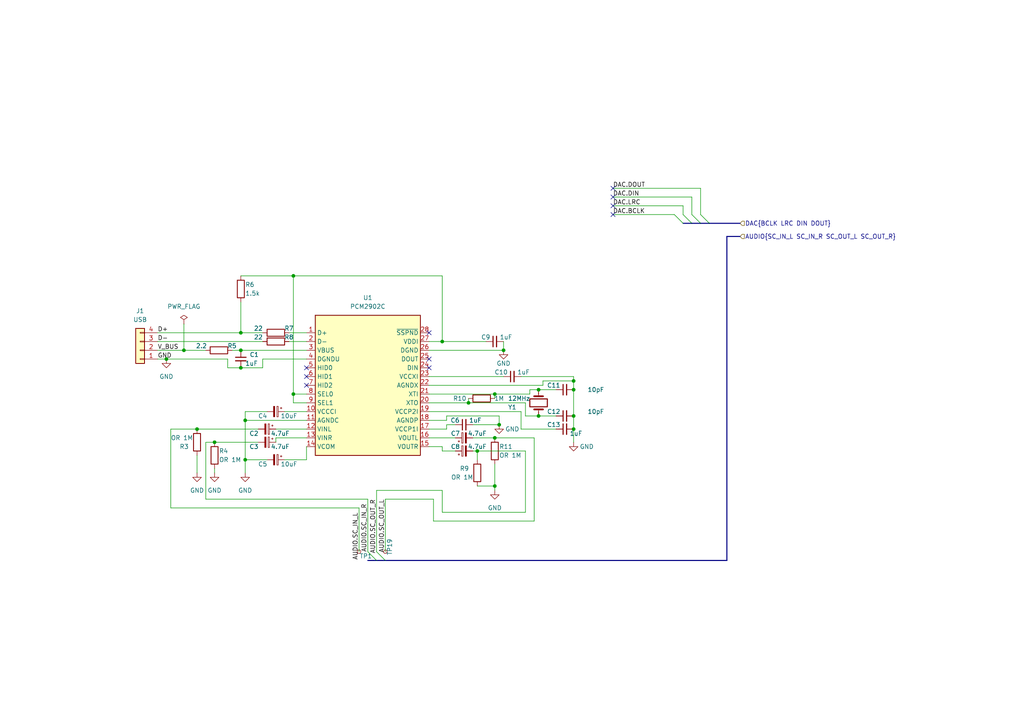
<source format=kicad_sch>
(kicad_sch (version 20211123) (generator eeschema)
  (paper "A4")
  (lib_symbols
    (symbol "Audio:PCM2902"
      (property "Reference" "U?" (at 2.0194 25.4 0))
      (property "Value" "PCM2902" (at 2.0194 22.86 0))
      (symbol "PCM2902_0_1"
        (rectangle (start -15.24 20.32) (end 15.24 -20.32) (stroke (width 0.254)) (fill (type background)))
      )
      (symbol "PCM2902_1_1"
        (pin bidirectional line (at -17.78 15.24 0) (length 2.54) (name "D+") (number "1"))
        (pin passive line (at -17.78 -7.62 0) (length 2.54) (name "VCCCI") (number "10"))
        (pin power_in line (at -17.78 -10.16 0) (length 2.54) (name "AGNDC") (number "11"))
        (pin input line (at -17.78 -12.7 0) (length 2.54) (name "VINL") (number "12"))
        (pin input line (at -17.78 -15.24 0) (length 2.54) (name "VINR") (number "13"))
        (pin passive line (at -17.78 -17.78 0) (length 2.54) (name "VCOM") (number "14"))
        (pin output line (at 17.78 -17.78 180) (length 2.54) (name "VOUTR") (number "15"))
        (pin output line (at 17.78 -15.24 180) (length 2.54) (name "VOUTL") (number "16"))
        (pin passive line (at 17.78 -12.7 180) (length 2.54) (name "VCCP1I") (number "17"))
        (pin power_in line (at 17.78 -10.16 180) (length 2.54) (name "AGNDP") (number "18"))
        (pin passive line (at 17.78 -7.62 180) (length 2.54) (name "VCCP2I") (number "19"))
        (pin bidirectional line (at -17.78 12.7 0) (length 2.54) (name "D-") (number "2"))
        (pin output line (at 17.78 -5.08 180) (length 2.54) (name "XTO") (number "20"))
        (pin input line (at 17.78 -2.54 180) (length 2.54) (name "XTI") (number "21"))
        (pin power_in line (at 17.78 0 180) (length 2.54) (name "AGNDX") (number "22"))
        (pin passive line (at 17.78 2.54 180) (length 2.54) (name "VCCXI") (number "23"))
        (pin input line (at 17.78 5.08 180) (length 2.54) (name "DIN") (number "24"))
        (pin output line (at 17.78 7.62 180) (length 2.54) (name "DOUT") (number "25"))
        (pin power_in line (at 17.78 10.16 180) (length 2.54) (name "DGND") (number "26"))
        (pin power_out line (at 17.78 12.7 180) (length 2.54) (name "VDDI") (number "27"))
        (pin output line (at 17.78 15.24 180) (length 2.54) (name "~{SSPND}") (number "28"))
        (pin power_in line (at -17.78 10.16 0) (length 2.54) (name "VBUS") (number "3"))
        (pin power_in line (at -17.78 7.62 0) (length 2.54) (name "DGNDU") (number "4"))
        (pin input line (at -17.78 5.08 0) (length 2.54) (name "HID0") (number "5"))
        (pin input line (at -17.78 2.54 0) (length 2.54) (name "HID1") (number "6"))
        (pin input line (at -17.78 0 0) (length 2.54) (name "HID2") (number "7"))
        (pin input line (at -17.78 -2.54 0) (length 2.54) (name "SEL0") (number "8"))
        (pin input line (at -17.78 -5.08 0) (length 2.54) (name "SEL1") (number "9"))
      )
    )
    (symbol "Connector:TestPoint_Small" (pin_numbers hide) (pin_names (offset 0.762) hide)
      (property "Reference" "TP" (at 0 3.81 0))
      (property "Value" "TestPoint_Small" (at 0 2.032 0))
      (symbol "TestPoint_Small_0_1"
        (circle (center 0 0) (radius 0.508))
      )
      (symbol "TestPoint_Small_1_1"
        (pin passive line (at 0 0 90) (length 0) (name "1") (number "1"))
      )
    )
    (symbol "Connector_Generic:Conn_01x04" (pin_names (offset 1.016) hide)
      (property "Reference" "J" (at 0 5.08 0))
      (property "Value" "Conn_01x04" (at 0 -7.62 0))
      (symbol "Conn_01x04_1_1"
        (rectangle (start -1.27 -4.953) (end 0 -5.207) (stroke (width 0.1524)))
        (rectangle (start -1.27 -2.413) (end 0 -2.667) (stroke (width 0.1524)))
        (rectangle (start -1.27 0.127) (end 0 -0.127) (stroke (width 0.1524)))
        (rectangle (start -1.27 2.667) (end 0 2.413) (stroke (width 0.1524)))
        (rectangle (start -1.27 3.81) (end 1.27 -6.35) (stroke (width 0.254)) (fill (type background)))
        (pin passive line (at -5.08 2.54 0) (length 3.81) (name "Pin_1") (number "1"))
        (pin passive line (at -5.08 0 0) (length 3.81) (name "Pin_2") (number "2"))
        (pin passive line (at -5.08 -2.54 0) (length 3.81) (name "Pin_3") (number "3"))
        (pin passive line (at -5.08 -5.08 0) (length 3.81) (name "Pin_4") (number "4"))
      )
    )
    (symbol "Device:C_Polarized_Small" (pin_numbers hide) (pin_names (offset 0.254) hide)
      (property "Reference" "C" (at 0.254 1.778 0))
      (property "Value" "C_Polarized_Small" (at 0.254 -2.032 0))
      (symbol "C_Polarized_Small_0_1"
        (rectangle (start -1.524 -0.3048) (end 1.524 -0.6858) (fill (type outline)))
        (rectangle (start -1.524 0.6858) (end 1.524 0.3048))
        (polyline (pts (xy -1.27 1.524) (xy -0.762 1.524)))
        (polyline (pts (xy -1.016 1.27) (xy -1.016 1.778)))
      )
      (symbol "C_Polarized_Small_1_1"
        (pin passive line (at 0 2.54 270) (length 1.8542) (name "~") (number "1"))
        (pin passive line (at 0 -2.54 90) (length 1.8542) (name "~") (number "2"))
      )
    )
    (symbol "Device:C_Small" (pin_numbers hide) (pin_names (offset 0.254) hide)
      (property "Reference" "C" (at 0.254 1.778 0))
      (property "Value" "C_Small" (at 0.254 -2.032 0))
      (symbol "C_Small_0_1"
        (polyline (pts (xy -1.524 -0.508) (xy 1.524 -0.508)) (stroke (width 0.3302)))
        (polyline (pts (xy -1.524 0.508) (xy 1.524 0.508)) (stroke (width 0.3048)))
      )
      (symbol "C_Small_1_1"
        (pin passive line (at 0 2.54 270) (length 2.032) (name "~") (number "1"))
        (pin passive line (at 0 -2.54 90) (length 2.032) (name "~") (number "2"))
      )
    )
    (symbol "Device:Crystal" (pin_numbers hide) (pin_names (offset 1.016) hide)
      (property "Reference" "Y" (at 0 3.81 0))
      (property "Value" "Crystal" (at 0 -3.81 0))
      (symbol "Crystal_0_1"
        (rectangle (start -1.143 2.54) (end 1.143 -2.54) (stroke (width 0.3048)))
        (polyline (pts (xy -2.54 0) (xy -1.905 0)))
        (polyline (pts (xy -1.905 -1.27) (xy -1.905 1.27)) (stroke (width 0.508)))
        (polyline (pts (xy 1.905 -1.27) (xy 1.905 1.27)) (stroke (width 0.508)))
        (polyline (pts (xy 2.54 0) (xy 1.905 0)))
      )
      (symbol "Crystal_1_1"
        (pin passive line (at -3.81 0 0) (length 1.27) (name "1") (number "1"))
        (pin passive line (at 3.81 0 180) (length 1.27) (name "2") (number "2"))
      )
    )
    (symbol "Device:R" (pin_numbers hide) (pin_names (offset 0))
      (property "Reference" "R" (at 2.032 0 90))
      (property "Value" "R" (at 0 0 90))
      (symbol "R_0_1"
        (rectangle (start -1.016 -2.54) (end 1.016 2.54) (stroke (width 0.254)))
      )
      (symbol "R_1_1"
        (pin passive line (at 0 3.81 270) (length 1.27) (name "~") (number "1"))
        (pin passive line (at 0 -3.81 90) (length 1.27) (name "~") (number "2"))
      )
    )
    (symbol "power:GND" (power) (pin_names (offset 0))
      (property "Value" "GND" (at 0 -3.81 0))
      (symbol "GND_0_1"
        (polyline (pts (xy 0 0) (xy 0 -1.27) (xy 1.27 -1.27) (xy 0 -2.54) (xy -1.27 -1.27) (xy 0 -1.27)))
      )
      (symbol "GND_1_1"
        (pin power_in line (at 0 0 270) (length 0) hide (name "GND") (number "1"))
      )
    )
    (symbol "power:PWR_FLAG" (power) (pin_numbers hide) (pin_names (offset 0) hide)
      (property "Value" "PWR_FLAG" (at 0 3.81 0))
      (symbol "PWR_FLAG_0_0"
        (pin power_out line (at 0 0 90) (length 0) (name "pwr") (number "1"))
      )
      (symbol "PWR_FLAG_0_1"
        (polyline (pts (xy 0 0) (xy 0 1.27) (xy -1.016 1.905) (xy 0 2.54) (xy 1.016 1.905) (xy 0 1.27)))
      )
    )
  )
  (junction (at 69.85 101.6))
  (junction (at 146.05 101.6))
  (junction (at 71.12 121.92))
  (junction (at 143.51 114.3))
  (junction (at 143.51 140.97))
  (junction (at 144.78 123.19))
  (junction (at 62.23 128.27))
  (junction (at 138.43 130.81))
  (junction (at 135.89 116.84))
  (junction (at 166.37 110.49))
  (junction (at 69.85 96.52))
  (junction (at 85.09 80.01))
  (junction (at 85.09 114.3))
  (junction (at 53.34 101.6))
  (junction (at 166.37 124.46))
  (junction (at 166.37 120.65))
  (junction (at 156.21 120.65))
  (junction (at 48.26 104.14))
  (junction (at 69.85 106.68))
  (junction (at 156.21 113.03))
  (junction (at 143.51 127))
  (junction (at 57.15 124.46))
  (junction (at 166.37 113.03))
  (junction (at 128.27 99.06))
  (junction (at 71.12 133.35))
  (no_connect (at 124.46 96.52))
  (no_connect (at 177.8 62.23))
  (no_connect (at 88.9 109.22))
  (no_connect (at 88.9 106.68))
  (no_connect (at 177.8 54.61))
  (no_connect (at 124.46 106.68))
  (no_connect (at 88.9 111.76))
  (no_connect (at 177.8 57.15))
  (no_connect (at 177.8 59.69))
  (no_connect (at 124.46 104.14))
  (bus_entry (at 203.2 64.77) (size -2.54 -2.54))
  (bus_entry (at 198.12 64.77) (size -2.54 -2.54))
  (bus_entry (at 200.66 64.77) (size -2.54 -2.54))
  (bus_entry (at 205.74 64.77) (size -2.54 -2.54))
  (bus_entry (at 109.22 162.56) (size -2.54 -2.54))
  (bus_entry (at 111.76 162.56) (size -2.54 -2.54))
  (wire (pts (xy 129.54 124.46) (xy 129.54 123.19)))
  (wire (pts (xy 59.69 128.27) (xy 59.69 144.78)))
  (wire (pts (xy 66.04 106.68) (xy 69.85 106.68)))
  (bus (pts (xy 198.12 64.77) (xy 200.66 64.77)))
  (wire (pts (xy 45.72 96.52) (xy 69.85 96.52)))
  (wire (pts (xy 124.46 111.76) (xy 157.48 111.76)))
  (wire (pts (xy 124.46 129.54) (xy 128.27 129.54)))
  (bus (pts (xy 111.76 162.56) (xy 109.22 162.56)))
  (wire (pts (xy 76.2 104.14) (xy 88.9 104.14)))
  (wire (pts (xy 151.13 124.46) (xy 161.29 124.46)))
  (wire (pts (xy 57.15 124.46) (xy 74.93 124.46)))
  (wire (pts (xy 80.01 127) (xy 88.9 127)))
  (wire (pts (xy 57.15 132.08) (xy 57.15 137.16)))
  (wire (pts (xy 152.4 130.81) (xy 152.4 148.59)))
  (wire (pts (xy 53.34 93.98) (xy 53.34 101.6)))
  (wire (pts (xy 128.27 129.54) (xy 128.27 130.81)))
  (wire (pts (xy 124.46 124.46) (xy 129.54 124.46)))
  (wire (pts (xy 85.09 80.01) (xy 128.27 80.01)))
  (wire (pts (xy 129.54 121.92) (xy 129.54 120.65)))
  (wire (pts (xy 57.15 124.46) (xy 49.53 124.46)))
  (wire (pts (xy 80.01 128.27) (xy 80.01 127)))
  (wire (pts (xy 66.04 104.14) (xy 66.04 106.68)))
  (wire (pts (xy 143.51 134.62) (xy 143.51 140.97)))
  (wire (pts (xy 71.12 121.92) (xy 88.9 121.92)))
  (wire (pts (xy 69.85 80.01) (xy 85.09 80.01)))
  (wire (pts (xy 85.09 114.3) (xy 88.9 114.3)))
  (wire (pts (xy 124.46 121.92) (xy 129.54 121.92)))
  (wire (pts (xy 104.14 147.32) (xy 104.14 160.02)))
  (wire (pts (xy 85.09 114.3) (xy 85.09 116.84)))
  (wire (pts (xy 88.9 129.54) (xy 88.9 133.35)))
  (wire (pts (xy 166.37 109.22) (xy 166.37 110.49)))
  (bus (pts (xy 111.76 162.56) (xy 210.82 162.56)))
  (wire (pts (xy 88.9 116.84) (xy 85.09 116.84)))
  (wire (pts (xy 71.12 121.92) (xy 71.12 133.35)))
  (wire (pts (xy 157.48 111.76) (xy 157.48 110.49)))
  (wire (pts (xy 128.27 80.01) (xy 128.27 99.06)))
  (wire (pts (xy 166.37 113.03) (xy 166.37 120.65)))
  (wire (pts (xy 143.51 114.3) (xy 153.67 114.3)))
  (wire (pts (xy 124.46 109.22) (xy 146.05 109.22)))
  (wire (pts (xy 200.66 62.23) (xy 200.66 57.15)))
  (bus (pts (xy 109.22 162.56) (xy 106.68 162.56)))
  (wire (pts (xy 166.37 110.49) (xy 166.37 113.03)))
  (wire (pts (xy 124.46 127) (xy 132.08 127)))
  (wire (pts (xy 135.89 115.57) (xy 135.89 116.84)))
  (wire (pts (xy 49.53 147.32) (xy 104.14 147.32)))
  (wire (pts (xy 143.51 114.3) (xy 143.51 115.57)))
  (wire (pts (xy 198.12 59.69) (xy 177.8 59.69)))
  (wire (pts (xy 124.46 101.6) (xy 146.05 101.6)))
  (wire (pts (xy 125.73 151.13) (xy 154.94 151.13)))
  (wire (pts (xy 77.47 119.38) (xy 71.12 119.38)))
  (wire (pts (xy 198.12 62.23) (xy 198.12 59.69)))
  (wire (pts (xy 153.67 114.3) (xy 153.67 113.03)))
  (wire (pts (xy 157.48 110.49) (xy 166.37 110.49)))
  (wire (pts (xy 106.68 144.78) (xy 106.68 160.02)))
  (wire (pts (xy 69.85 96.52) (xy 76.2 96.52)))
  (bus (pts (xy 210.82 68.58) (xy 210.82 162.56)))
  (wire (pts (xy 156.21 120.65) (xy 161.29 120.65)))
  (wire (pts (xy 128.27 148.59) (xy 128.27 142.24)))
  (wire (pts (xy 125.73 144.78) (xy 125.73 151.13)))
  (wire (pts (xy 83.82 99.06) (xy 88.9 99.06)))
  (wire (pts (xy 138.43 130.81) (xy 152.4 130.81)))
  (bus (pts (xy 200.66 64.77) (xy 203.2 64.77)))
  (wire (pts (xy 69.85 87.63) (xy 69.85 96.52)))
  (wire (pts (xy 128.27 130.81) (xy 132.08 130.81)))
  (wire (pts (xy 166.37 120.65) (xy 166.37 124.46)))
  (wire (pts (xy 128.27 142.24) (xy 109.22 142.24)))
  (wire (pts (xy 143.51 140.97) (xy 143.51 142.24)))
  (wire (pts (xy 67.31 101.6) (xy 69.85 101.6)))
  (wire (pts (xy 152.4 120.65) (xy 156.21 120.65)))
  (wire (pts (xy 203.2 54.61) (xy 177.8 54.61)))
  (wire (pts (xy 144.78 120.65) (xy 144.78 123.19)))
  (wire (pts (xy 76.2 106.68) (xy 76.2 104.14)))
  (wire (pts (xy 83.82 96.52) (xy 88.9 96.52)))
  (wire (pts (xy 111.76 144.78) (xy 111.76 160.02)))
  (wire (pts (xy 109.22 142.24) (xy 109.22 160.02)))
  (wire (pts (xy 152.4 148.59) (xy 128.27 148.59)))
  (wire (pts (xy 69.85 106.68) (xy 76.2 106.68)))
  (wire (pts (xy 146.05 99.06) (xy 146.05 101.6)))
  (wire (pts (xy 85.09 80.01) (xy 85.09 114.3)))
  (wire (pts (xy 129.54 120.65) (xy 144.78 120.65)))
  (wire (pts (xy 71.12 133.35) (xy 77.47 133.35)))
  (wire (pts (xy 128.27 99.06) (xy 140.97 99.06)))
  (wire (pts (xy 62.23 128.27) (xy 74.93 128.27)))
  (wire (pts (xy 135.89 116.84) (xy 152.4 116.84)))
  (wire (pts (xy 153.67 113.03) (xy 156.21 113.03)))
  (wire (pts (xy 166.37 124.46) (xy 166.37 128.27)))
  (wire (pts (xy 154.94 151.13) (xy 154.94 127)))
  (wire (pts (xy 45.72 99.06) (xy 76.2 99.06)))
  (wire (pts (xy 59.69 144.78) (xy 106.68 144.78)))
  (wire (pts (xy 49.53 124.46) (xy 49.53 147.32)))
  (wire (pts (xy 53.34 101.6) (xy 59.69 101.6)))
  (wire (pts (xy 124.46 99.06) (xy 128.27 99.06)))
  (bus (pts (xy 214.63 68.58) (xy 210.82 68.58)))
  (wire (pts (xy 156.21 113.03) (xy 161.29 113.03)))
  (wire (pts (xy 137.16 123.19) (xy 144.78 123.19)))
  (wire (pts (xy 177.8 62.23) (xy 195.58 62.23)))
  (wire (pts (xy 200.66 57.15) (xy 177.8 57.15)))
  (wire (pts (xy 138.43 133.35) (xy 138.43 130.81)))
  (wire (pts (xy 124.46 116.84) (xy 135.89 116.84)))
  (bus (pts (xy 203.2 64.77) (xy 205.74 64.77)))
  (bus (pts (xy 205.74 64.77) (xy 214.63 64.77)))
  (wire (pts (xy 129.54 123.19) (xy 132.08 123.19)))
  (wire (pts (xy 45.72 104.14) (xy 48.26 104.14)))
  (wire (pts (xy 152.4 116.84) (xy 152.4 120.65)))
  (wire (pts (xy 48.26 104.14) (xy 66.04 104.14)))
  (wire (pts (xy 88.9 133.35) (xy 82.55 133.35)))
  (wire (pts (xy 151.13 109.22) (xy 166.37 109.22)))
  (wire (pts (xy 80.01 124.46) (xy 88.9 124.46)))
  (wire (pts (xy 69.85 101.6) (xy 88.9 101.6)))
  (wire (pts (xy 137.16 130.81) (xy 138.43 130.81)))
  (wire (pts (xy 82.55 119.38) (xy 88.9 119.38)))
  (wire (pts (xy 124.46 119.38) (xy 151.13 119.38)))
  (wire (pts (xy 45.72 101.6) (xy 53.34 101.6)))
  (wire (pts (xy 203.2 62.23) (xy 203.2 54.61)))
  (wire (pts (xy 62.23 128.27) (xy 59.69 128.27)))
  (wire (pts (xy 138.43 140.97) (xy 143.51 140.97)))
  (wire (pts (xy 71.12 119.38) (xy 71.12 121.92)))
  (wire (pts (xy 111.76 144.78) (xy 125.73 144.78)))
  (wire (pts (xy 151.13 119.38) (xy 151.13 124.46)))
  (wire (pts (xy 143.51 127) (xy 154.94 127)))
  (wire (pts (xy 124.46 114.3) (xy 143.51 114.3)))
  (wire (pts (xy 137.16 127) (xy 143.51 127)))
  (wire (pts (xy 62.23 135.89) (xy 62.23 137.16)))
  (wire (pts (xy 71.12 133.35) (xy 71.12 137.16)))
  (label "AUDIO.SC_IN_R" (at 106.68 146.05 270))
  (label "AUDIO.SC_IN_L" (at 104.14 148.59 270))
  (label "AUDIO.SC_OUT_L" (at 111.76 144.78 270))
  (label "DAC.BCLK" (at 177.8 62.23 0))
  (label "D+" (at 45.72 96.52 0))
  (label "DAC.DIN" (at 177.8 57.15 0))
  (label "V_BUS" (at 45.72 101.6 0))
  (label "AUDIO.SC_OUT_R" (at 109.22 144.78 270))
  (label "DAC.LRC" (at 177.8 59.69 0))
  (label "D-" (at 45.72 99.06 0))
  (label "GND" (at 45.72 104.14 0))
  (label "DAC.DOUT" (at 177.8 54.61 0))
  (hierarchical_label "AUDIO{SC_IN_L SC_IN_R SC_OUT_L SC_OUT_R}" (shape input) (at 214.63 68.58 0))
  (hierarchical_label "DAC{BCLK LRC DIN DOUT}" (shape input) (at 214.63 64.77 0))
  (symbol (lib_id "power:GND") (at 146.05 101.6 0) (unit 1)
    (property "Reference" "#PWR0113" (effects hide))
    (property "Value" "GND" (at 146.05 105.41 0))
  )
  (symbol (lib_id "Device:R") (at 80.01 96.52 90) (unit 1)
    (property "Reference" "R7" (at 83.82 95.25 90))
    (property "Value" "22" (at 74.93 95.25 90))
    (property "Footprint" "Resistor_SMD:R_0603_1608Metric_Pad0.98x0.95mm_HandSolder" (effects hide))
  )
  (symbol (lib_id "Device:C_Small") (at 69.85 104.14 0) (unit 1)
    (property "Reference" "C1" (at 72.39 102.87 0) (effects (justify left)))
    (property "Value" "1uF" (at 71.12 105.41 0) (effects (justify left)))
    (property "Footprint" "Capacitor_SMD:C_0603_1608Metric_Pad1.08x0.95mm_HandSolder" (effects hide))
  )
  (symbol (lib_id "power:GND") (at 144.78 123.19 0) (unit 1)
    (property "Reference" "#PWR0112" (effects hide))
    (property "Value" "GND" (at 148.59 124.46 0))
  )
  (symbol (lib_id "power:GND") (at 62.23 137.16 0) (unit 1)
    (property "Reference" "#PWR0116" (effects hide))
    (property "Value" "GND" (at 62.23 142.24 0))
  )
  (symbol (lib_id "Device:R") (at 62.23 132.08 0) (unit 1)
    (property "Reference" "R4" (at 63.5 130.81 0) (effects (justify left)))
    (property "Value" "OR 1M" (at 63.5 133.35 0) (effects (justify left)))
    (property "Footprint" "Resistor_SMD:R_0603_1608Metric_Pad0.98x0.95mm_HandSolder" (effects hide))
  )
  (symbol (lib_id "Device:C_Polarized_Small") (at 80.01 119.38 270) (unit 1)
    (property "Reference" "C4" (at 76.2 120.65 90))
    (property "Value" "10uF" (at 83.82 120.65 90))
    (property "Footprint" "Capacitor_SMD:C_0603_1608Metric_Pad1.08x0.95mm_HandSolder" (effects hide))
  )
  (symbol (lib_id "Device:R") (at 63.5 101.6 90) (unit 1)
    (property "Reference" "R5" (at 67.31 100.33 90))
    (property "Value" "2.2" (at 58.42 100.33 90))
    (property "Footprint" "Resistor_SMD:R_0603_1608Metric_Pad0.98x0.95mm_HandSolder" (effects hide))
  )
  (symbol (lib_id "Device:C_Small") (at 163.83 113.03 90) (unit 1)
    (property "Reference" "C11" (at 162.56 111.76 90) (effects (justify left)))
    (property "Value" "10pF" (at 175.26 113.03 90) (effects (justify left)))
    (property "Footprint" "Capacitor_SMD:C_0603_1608Metric_Pad1.08x0.95mm_HandSolder" (effects hide))
  )
  (symbol (lib_id "Device:R") (at 69.85 83.82 0) (unit 1)
    (property "Reference" "R6" (at 71.12 82.55 0) (effects (justify left)))
    (property "Value" "1.5k" (at 71.12 85.09 0) (effects (justify left)))
    (property "Footprint" "Resistor_SMD:R_0603_1608Metric_Pad0.98x0.95mm_HandSolder" (effects hide))
  )
  (symbol (lib_id "power:GND") (at 48.26 104.14 0) (unit 1)
    (property "Reference" "#PWR0111" (effects hide))
    (property "Value" "GND" (at 48.26 109.22 0))
  )
  (symbol (lib_id "Device:C_Polarized_Small") (at 134.62 127 90) (unit 1)
    (property "Reference" "C7" (at 132.08 125.73 90))
    (property "Value" "4.7uF" (at 138.43 125.73 90))
    (property "Footprint" "Capacitor_SMD:C_0603_1608Metric_Pad1.08x0.95mm_HandSolder" (effects hide))
  )
  (symbol (lib_id "power:GND") (at 57.15 137.16 0) (unit 1)
    (property "Reference" "#PWR0117" (effects hide))
    (property "Value" "GND" (at 57.15 142.24 0))
  )
  (symbol (lib_id "Device:C_Small") (at 163.83 124.46 90) (unit 1)
    (property "Reference" "C13" (at 162.56 123.19 90) (effects (justify left)))
    (property "Value" "1uF" (at 168.91 125.73 90) (effects (justify left)))
    (property "Footprint" "Capacitor_SMD:C_0603_1608Metric_Pad1.08x0.95mm_HandSolder" (effects hide))
  )
  (symbol (lib_id "Audio:PCM2902") (at 106.68 111.76 0) (unit 1)
    (property "Reference" "U1" (at 106.68 86.36 0))
    (property "Value" "PCM2902C" (at 106.68 88.9 0))
    (property "Footprint" "Package_SO:SSOP-28_5.3x10.2mm_P0.65mm" (effects hide))
    (property "Datasheet" "http://www.ti.com/lit/ds/symlink/pcm2902c.pdf" (effects hide))
  )
  (symbol (lib_id "Device:R") (at 139.7 115.57 90) (unit 1)
    (property "Reference" "R10" (at 133.35 115.57 90))
    (property "Value" "1M" (at 144.78 115.57 90))
    (property "Footprint" "Resistor_SMD:R_0603_1608Metric_Pad0.98x0.95mm_HandSolder" (effects hide))
  )
  (symbol (lib_id "Device:C_Small") (at 148.59 109.22 90) (unit 1)
    (property "Reference" "C10" (at 147.32 107.95 90) (effects (justify left)))
    (property "Value" "1uF" (at 153.67 107.95 90) (effects (justify left)))
    (property "Footprint" "Capacitor_SMD:C_0603_1608Metric_Pad1.08x0.95mm_HandSolder" (effects hide))
  )
  (symbol (lib_id "Connector:TestPoint_Small") (at 111.76 160.02 270) (unit 1)
    (property "Reference" "TP19" (at 113.03 156.21 0) (effects (justify left)))
    (property "Value" "Test Point" (effects hide))
    (property "Footprint" "TestPoint:TestPoint_Pad_D1.0mm" (effects hide))
  )
  (symbol (lib_id "power:PWR_FLAG") (at 53.34 93.98 0) (unit 1)
    (property "Reference" "#FLG0101" (effects hide))
    (property "Value" "PWR_FLAG" (at 53.34 88.9 0))
  )
  (symbol (lib_id "Device:Crystal") (at 156.21 116.84 90) (unit 1)
    (property "Reference" "Y1" (at 147.32 118.11 90) (effects (justify right)))
    (property "Value" "12MHz" (at 147.32 115.57 90) (effects (justify right)))
  )
  (symbol (lib_id "power:GND") (at 71.12 137.16 0) (unit 1)
    (property "Reference" "#PWR0115" (effects hide))
    (property "Value" "GND" (at 71.12 142.24 0))
  )
  (symbol (lib_id "Device:C_Small") (at 134.62 123.19 90) (unit 1)
    (property "Reference" "C6" (at 133.35 121.92 90) (effects (justify left)))
    (property "Value" "1uF" (at 139.7 121.92 90) (effects (justify left)))
    (property "Footprint" "Capacitor_SMD:C_0603_1608Metric_Pad1.08x0.95mm_HandSolder" (effects hide))
  )
  (symbol (lib_id "Device:R") (at 143.51 130.81 0) (unit 1)
    (property "Reference" "R11" (at 144.78 129.54 0) (effects (justify left)))
    (property "Value" "OR 1M" (at 144.78 132.08 0) (effects (justify left)))
    (property "Footprint" "Resistor_SMD:R_0603_1608Metric_Pad0.98x0.95mm_HandSolder" (effects hide))
  )
  (symbol (lib_id "Connector_Generic:Conn_01x04") (at 40.64 101.6 180) (unit 1)
    (property "Reference" "J1" (at 40.64 90.17 0))
    (property "Value" "USB" (at 40.64 92.71 0))
    (property "Footprint" "Connector_PinHeader_2.54mm:PinHeader_1x04_P2.54mm_Vertical" (effects hide))
  )
  (symbol (lib_id "Device:C_Polarized_Small") (at 80.01 133.35 270) (unit 1)
    (property "Reference" "C5" (at 76.2 134.62 90))
    (property "Value" "10uF" (at 83.82 134.62 90))
    (property "Footprint" "Capacitor_SMD:C_0603_1608Metric_Pad1.08x0.95mm_HandSolder" (effects hide))
  )
  (symbol (lib_id "Device:C_Polarized_Small") (at 77.47 124.46 270) (unit 1)
    (property "Reference" "C2" (at 73.66 125.73 90))
    (property "Value" "4.7uF" (at 81.28 125.73 90))
    (property "Footprint" "Capacitor_SMD:C_0603_1608Metric_Pad1.08x0.95mm_HandSolder" (effects hide))
  )
  (symbol (lib_id "Device:R") (at 80.01 99.06 90) (unit 1)
    (property "Reference" "R8" (at 83.82 97.79 90))
    (property "Value" "22" (at 74.93 97.79 90))
    (property "Footprint" "Resistor_SMD:R_0603_1608Metric_Pad0.98x0.95mm_HandSolder" (effects hide))
  )
  (symbol (lib_id "Device:C_Polarized_Small") (at 134.62 130.81 90) (unit 1)
    (property "Reference" "C8" (at 132.08 129.54 90))
    (property "Value" "4.7uF" (at 138.43 129.54 90))
    (property "Footprint" "Capacitor_SMD:C_0603_1608Metric_Pad1.08x0.95mm_HandSolder" (effects hide))
  )
  (symbol (lib_id "Device:C_Small") (at 143.51 99.06 90) (unit 1)
    (property "Reference" "C9" (at 142.24 97.79 90) (effects (justify left)))
    (property "Value" "1uF" (at 148.59 97.79 90) (effects (justify left)))
    (property "Footprint" "Capacitor_SMD:C_0603_1608Metric_Pad1.08x0.95mm_HandSolder" (effects hide))
  )
  (symbol (lib_id "power:GND") (at 166.37 128.27 0) (unit 1)
    (property "Reference" "#PWR0122" (effects hide))
    (property "Value" "GND" (at 170.18 129.54 0))
  )
  (symbol (lib_id "power:GND") (at 143.51 142.24 0) (unit 1)
    (property "Reference" "#PWR0121" (effects hide))
    (property "Value" "GND" (at 143.51 147.32 0))
  )
  (symbol (lib_id "Connector:TestPoint_Small") (at 104.14 160.02 180) (unit 1)
    (property "Reference" "TP1" (at 107.95 161.29 0) (effects (justify left)))
    (property "Value" "Test Point" (effects hide))
    (property "Footprint" "TestPoint:TestPoint_Pad_D1.0mm" (effects hide))
  )
  (symbol (lib_id "Device:C_Polarized_Small") (at 77.47 128.27 270) (unit 1)
    (property "Reference" "C3" (at 73.66 129.54 90))
    (property "Value" "4.7uF" (at 81.28 129.54 90))
    (property "Footprint" "Capacitor_SMD:C_0603_1608Metric_Pad1.08x0.95mm_HandSolder" (effects hide))
  )
  (symbol (lib_id "Device:R") (at 57.15 128.27 180) (unit 1)
    (property "Reference" "R3" (at 52.07 129.54 0) (effects (justify right)))
    (property "Value" "OR 1M" (at 49.53 127 0) (effects (justify right)))
    (property "Footprint" "Resistor_SMD:R_0603_1608Metric_Pad0.98x0.95mm_HandSolder" (effects hide))
  )
  (symbol (lib_id "Device:C_Small") (at 163.83 120.65 90) (unit 1)
    (property "Reference" "C12" (at 162.56 119.38 90) (effects (justify left)))
    (property "Value" "10pF" (at 175.26 119.38 90) (effects (justify left)))
    (property "Footprint" "Capacitor_SMD:C_0603_1608Metric_Pad1.08x0.95mm_HandSolder" (effects hide))
  )
  (symbol (lib_id "Device:R") (at 138.43 137.16 0) (unit 1)
    (property "Reference" "R9" (at 133.35 135.89 0) (effects (justify left)))
    (property "Value" "OR 1M" (at 130.81 138.43 0) (effects (justify left)))
    (property "Footprint" "Resistor_SMD:R_0603_1608Metric_Pad0.98x0.95mm_HandSolder" (effects hide))
  )
)
</source>
